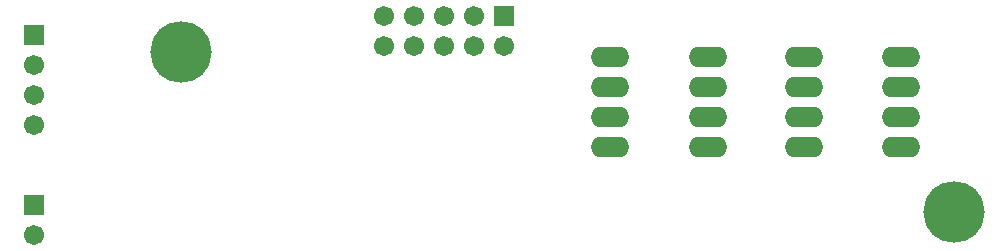
<source format=gbs>
G04 Layer_Color=16711935*
%FSLAX23Y23*%
%MOIN*%
G70*
G01*
G75*
%ADD68C,0.067*%
%ADD69R,0.067X0.067*%
%ADD70R,0.067X0.067*%
%ADD71O,0.128X0.068*%
%ADD72C,0.205*%
D68*
X510Y555D02*
D03*
Y655D02*
D03*
Y455D02*
D03*
X1675Y720D02*
D03*
Y820D02*
D03*
X1775Y720D02*
D03*
Y820D02*
D03*
X1875Y720D02*
D03*
Y820D02*
D03*
X1975Y720D02*
D03*
Y820D02*
D03*
X2075Y720D02*
D03*
X510Y90D02*
D03*
D69*
Y755D02*
D03*
Y190D02*
D03*
D70*
X2075Y820D02*
D03*
D71*
X2431Y682D02*
D03*
Y582D02*
D03*
Y482D02*
D03*
Y382D02*
D03*
X3401Y682D02*
D03*
Y582D02*
D03*
Y482D02*
D03*
Y382D02*
D03*
X3076Y682D02*
D03*
Y582D02*
D03*
Y482D02*
D03*
Y382D02*
D03*
X2756Y682D02*
D03*
Y582D02*
D03*
Y482D02*
D03*
Y382D02*
D03*
D72*
X3575Y165D02*
D03*
X1000Y700D02*
D03*
M02*

</source>
